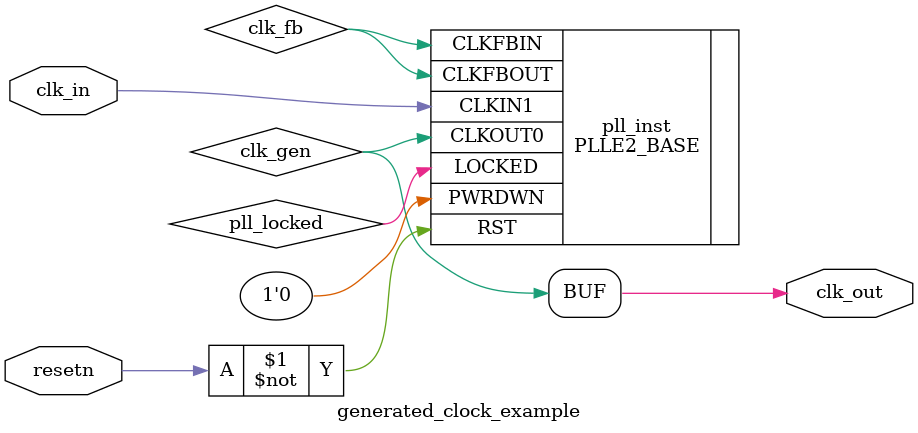
<source format=v>
`timescale 1ns / 1ps


module generated_clock_example (
    input wire clk_in,       // Input clock
    input wire resetn,       // Active-low reset
    output wire clk_out      // Generated clock output
);
 
    // Internal wires for the PLL instance
    wire clk_fb;             // Feedback clock
    wire clk_gen;            // Generated clock
    wire pll_locked;         // PLL lock status
 
    // PLL instance (specific to Xilinx FPGA primitive)
    PLLE2_BASE #(
        .CLKFBOUT_MULT(8),   // Multiply input clock by 8
        .CLKOUT0_DIVIDE(4),  // Divide generated clock by 4
        .CLKIN1_PERIOD(10.0) // Input clock period in ns (100 MHz input clock)
    ) pll_inst (
        .CLKIN1(clk_in),     // Input clock
        .CLKFBIN(clk_fb),    // Feedback clock input
        .CLKFBOUT(clk_fb),   // Feedback clock output
        .CLKOUT0(clk_gen),   // Generated clock output
        .LOCKED(pll_locked), // PLL lock status output
        .PWRDWN(1'b0),       // Power down (active low)
        .RST(~resetn)        // Reset (active high)
    );
 
    // Assign the generated clock to the output
    assign clk_out = clk_gen;
 
endmodule
</source>
